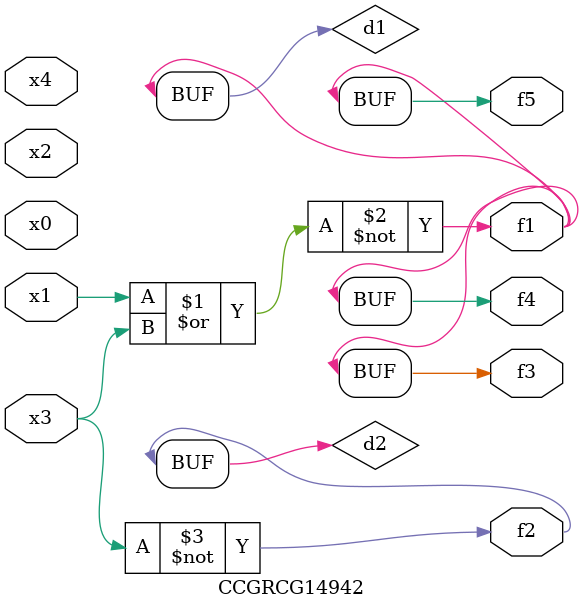
<source format=v>
module CCGRCG14942(
	input x0, x1, x2, x3, x4,
	output f1, f2, f3, f4, f5
);

	wire d1, d2;

	nor (d1, x1, x3);
	not (d2, x3);
	assign f1 = d1;
	assign f2 = d2;
	assign f3 = d1;
	assign f4 = d1;
	assign f5 = d1;
endmodule

</source>
